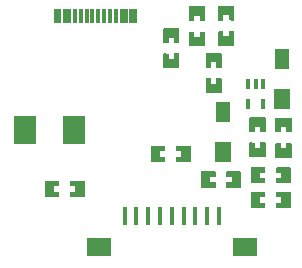
<source format=gbp>
G04 Layer: BottomPasteMaskLayer*
G04 EasyEDA v6.5.33, 2023-07-29 01:37:07*
G04 e2284e44ffa54268a608bda52510a791,d031c0a8eb424844af7c2e53bc7358ee,10*
G04 Gerber Generator version 0.2*
G04 Scale: 100 percent, Rotated: No, Reflected: No *
G04 Dimensions in millimeters *
G04 leading zeros omitted , absolute positions ,4 integer and 5 decimal *
%FSLAX45Y45*%
%MOMM*%

%AMMACRO1*21,1,$1,$2,0,0,$3*%
%ADD10MACRO1,1.9001X2.4001X0.0000*%
%ADD11MACRO1,1.9X2.4001X0.0000*%
%ADD12MACRO1,0.3149X0.835X0.0000*%
%ADD13MACRO1,0.315X0.835X0.0000*%
%ADD14MACRO1,0.315X0.8351X0.0000*%
%ADD15MACRO1,0.3149X0.8351X0.0000*%
%ADD16MACRO1,2X1.5001X0.0000*%
%ADD17MACRO1,2X1.5X0.0000*%
%ADD18MACRO1,0.4001X1.5X0.0000*%
%ADD19MACRO1,0.3999X1.5X0.0000*%
%ADD20MACRO1,0.4X1.5X0.0000*%
%ADD21R,1.2960X1.7575*%
%ADD22MACRO1,1.2959X1.7575X0.0000*%
%ADD23MACRO1,0.3X1.15X0.0000*%
%ADD24MACRO1,0.2997X1.1481X0.0000*%

%LPD*%
G36*
X15348966Y7300468D02*
G01*
X15348966Y7255509D01*
X15303957Y7255509D01*
X15303957Y7299452D01*
X15261996Y7299959D01*
X15256967Y7294981D01*
X15256967Y7179970D01*
X15261996Y7174992D01*
X15389961Y7174992D01*
X15394990Y7179970D01*
X15394990Y7294981D01*
X15389961Y7299959D01*
G37*
G36*
X15261996Y7514996D02*
G01*
X15256967Y7509967D01*
X15256967Y7394956D01*
X15261996Y7389977D01*
X15303957Y7389977D01*
X15303957Y7434478D01*
X15348966Y7434478D01*
X15348966Y7390485D01*
X15389961Y7389977D01*
X15394990Y7394956D01*
X15394990Y7509967D01*
X15389961Y7514996D01*
G37*
G36*
X14473986Y6220968D02*
G01*
X14468957Y6215989D01*
X14468449Y6174994D01*
X14513458Y6174994D01*
X14513458Y6129985D01*
X14469465Y6129985D01*
X14468957Y6087973D01*
X14473986Y6082995D01*
X14588998Y6082995D01*
X14593976Y6087973D01*
X14593976Y6215989D01*
X14588998Y6220968D01*
G37*
G36*
X14258950Y6220968D02*
G01*
X14253972Y6215989D01*
X14253972Y6087973D01*
X14258950Y6082995D01*
X14373961Y6082995D01*
X14378990Y6087973D01*
X14378990Y6129985D01*
X14334490Y6129985D01*
X14334490Y6174994D01*
X14378482Y6174994D01*
X14378990Y6215989D01*
X14373961Y6220968D01*
G37*
G36*
X15813938Y7489494D02*
G01*
X15813938Y7444486D01*
X15768980Y7444486D01*
X15768980Y7488478D01*
X15726968Y7488986D01*
X15721990Y7484008D01*
X15721990Y7368997D01*
X15726968Y7363968D01*
X15854984Y7363968D01*
X15859963Y7368997D01*
X15859963Y7484008D01*
X15854984Y7488986D01*
G37*
G36*
X15726968Y7703972D02*
G01*
X15721990Y7698994D01*
X15721990Y7583982D01*
X15726968Y7579004D01*
X15768980Y7579004D01*
X15768980Y7623505D01*
X15813938Y7623505D01*
X15813938Y7579461D01*
X15854984Y7579004D01*
X15859963Y7583982D01*
X15859963Y7698994D01*
X15854984Y7703972D01*
G37*
G36*
X15567964Y7485481D02*
G01*
X15567964Y7440472D01*
X15522956Y7440472D01*
X15522956Y7484465D01*
X15480995Y7484973D01*
X15475966Y7479995D01*
X15475966Y7364984D01*
X15480995Y7360005D01*
X15608960Y7360005D01*
X15613989Y7364984D01*
X15613989Y7479995D01*
X15608960Y7484973D01*
G37*
G36*
X15480995Y7699959D02*
G01*
X15475966Y7694980D01*
X15475966Y7579969D01*
X15480995Y7574991D01*
X15522956Y7574991D01*
X15522956Y7619492D01*
X15567964Y7619492D01*
X15567964Y7575499D01*
X15608960Y7574991D01*
X15613989Y7579969D01*
X15613989Y7694980D01*
X15608960Y7699959D01*
G37*
G36*
X15622981Y7303973D02*
G01*
X15617951Y7298994D01*
X15617951Y7183983D01*
X15622981Y7179005D01*
X15663976Y7178497D01*
X15663976Y7223506D01*
X15708985Y7223506D01*
X15708985Y7179513D01*
X15750997Y7179005D01*
X15755975Y7183983D01*
X15755975Y7298994D01*
X15750997Y7303973D01*
G37*
G36*
X15622981Y7088987D02*
G01*
X15617951Y7084009D01*
X15617951Y6968998D01*
X15622981Y6963968D01*
X15750997Y6963968D01*
X15755975Y6968998D01*
X15755975Y7084009D01*
X15750997Y7088987D01*
X15708985Y7088987D01*
X15708985Y7044486D01*
X15663976Y7044486D01*
X15663976Y7088479D01*
G37*
G36*
X16003473Y6128969D02*
G01*
X15998444Y6123990D01*
X15998444Y5995974D01*
X16003473Y5990996D01*
X16118484Y5990996D01*
X16123462Y5995974D01*
X16123970Y6036970D01*
X16078962Y6036970D01*
X16078962Y6081979D01*
X16122954Y6081979D01*
X16123462Y6123990D01*
X16118484Y6128969D01*
G37*
G36*
X16218458Y6128969D02*
G01*
X16213480Y6123990D01*
X16213480Y6081979D01*
X16257981Y6081979D01*
X16257981Y6036970D01*
X16213988Y6036970D01*
X16213480Y5995974D01*
X16218458Y5990996D01*
X16333469Y5990996D01*
X16338448Y5995974D01*
X16338448Y6123990D01*
X16333469Y6128969D01*
G37*
G36*
X16003473Y6338976D02*
G01*
X15998444Y6333998D01*
X15998444Y6205982D01*
X16003473Y6201003D01*
X16118484Y6201003D01*
X16123462Y6205982D01*
X16123970Y6246977D01*
X16078962Y6246977D01*
X16078962Y6291986D01*
X16122954Y6291986D01*
X16123462Y6333998D01*
X16118484Y6338976D01*
G37*
G36*
X16218458Y6338976D02*
G01*
X16213480Y6333998D01*
X16213480Y6291986D01*
X16257981Y6291986D01*
X16257981Y6246977D01*
X16213988Y6246977D01*
X16213480Y6205982D01*
X16218458Y6201003D01*
X16333469Y6201003D01*
X16338448Y6205982D01*
X16338448Y6333998D01*
X16333469Y6338976D01*
G37*
G36*
X15797479Y6301994D02*
G01*
X15792500Y6297015D01*
X15791992Y6255969D01*
X15836950Y6255969D01*
X15836950Y6211011D01*
X15792957Y6211011D01*
X15792500Y6168999D01*
X15797479Y6163970D01*
X15912490Y6163970D01*
X15917468Y6168999D01*
X15917468Y6297015D01*
X15912490Y6301994D01*
G37*
G36*
X15582493Y6301994D02*
G01*
X15577464Y6297015D01*
X15577464Y6168999D01*
X15582493Y6163970D01*
X15697454Y6163970D01*
X15702483Y6168999D01*
X15702483Y6211011D01*
X15657982Y6211011D01*
X15657982Y6255969D01*
X15701975Y6255969D01*
X15702483Y6297015D01*
X15697454Y6301994D01*
G37*
G36*
X15157450Y6518960D02*
G01*
X15152471Y6513982D01*
X15152471Y6386017D01*
X15157450Y6380988D01*
X15272461Y6380988D01*
X15277439Y6386017D01*
X15277947Y6427012D01*
X15232989Y6427012D01*
X15232989Y6471970D01*
X15276982Y6471970D01*
X15277439Y6513982D01*
X15272461Y6518960D01*
G37*
G36*
X15372486Y6518960D02*
G01*
X15367457Y6513982D01*
X15367457Y6471970D01*
X15411957Y6471970D01*
X15411957Y6427012D01*
X15367965Y6427012D01*
X15367457Y6386017D01*
X15372486Y6380988D01*
X15487446Y6380988D01*
X15492476Y6386017D01*
X15492476Y6513982D01*
X15487446Y6518960D01*
G37*
G36*
X16213937Y6756501D02*
G01*
X16208959Y6751472D01*
X16208959Y6636461D01*
X16213937Y6631482D01*
X16254984Y6630974D01*
X16254984Y6675983D01*
X16299942Y6675983D01*
X16299942Y6631990D01*
X16341953Y6631482D01*
X16346982Y6636461D01*
X16346982Y6751472D01*
X16341953Y6756501D01*
G37*
G36*
X16213937Y6541465D02*
G01*
X16208959Y6536486D01*
X16208959Y6421475D01*
X16213937Y6416497D01*
X16341953Y6416497D01*
X16346982Y6421475D01*
X16346982Y6536486D01*
X16341953Y6541465D01*
X16299942Y6541465D01*
X16299942Y6496964D01*
X16254984Y6496964D01*
X16254984Y6540957D01*
G37*
G36*
X16078962Y6547002D02*
G01*
X16078962Y6501993D01*
X16033953Y6501993D01*
X16033953Y6545986D01*
X15991992Y6546494D01*
X15986963Y6541516D01*
X15986963Y6426504D01*
X15991992Y6421475D01*
X16119957Y6421475D01*
X16124986Y6426504D01*
X16124986Y6541516D01*
X16119957Y6546494D01*
G37*
G36*
X15991992Y6761480D02*
G01*
X15986963Y6756501D01*
X15986963Y6641490D01*
X15991992Y6636512D01*
X16033953Y6636512D01*
X16033953Y6681012D01*
X16078962Y6681012D01*
X16078962Y6637020D01*
X16119957Y6636512D01*
X16124986Y6641490D01*
X16124986Y6756501D01*
X16119957Y6761480D01*
G37*
D10*
G01*
X14090966Y6652991D03*
D11*
G01*
X14500970Y6652991D03*
D12*
G01*
X15976586Y7042026D03*
D13*
G01*
X16041612Y7042026D03*
G01*
X16106608Y7042026D03*
D14*
G01*
X16106608Y6873529D03*
D15*
G01*
X15976586Y6873529D03*
D16*
G01*
X15951589Y5662777D03*
D17*
G01*
X14711607Y5662775D03*
D18*
G01*
X15731610Y5922777D03*
D19*
G01*
X15631613Y5922777D03*
D18*
G01*
X15531608Y5922777D03*
D19*
G01*
X15431611Y5922777D03*
G01*
X15331612Y5922777D03*
G01*
X15231609Y5922777D03*
G01*
X15131610Y5922777D03*
G01*
X15031606Y5922777D03*
D20*
G01*
X14931605Y5922777D03*
D21*
G01*
X16266591Y7251395D03*
D22*
G01*
X16266598Y6914150D03*
D21*
G01*
X15765967Y6800616D03*
D22*
G01*
X15765961Y6463376D03*
D23*
G01*
X14349983Y7613106D03*
G01*
X14379986Y7613106D03*
G01*
X14429983Y7613360D03*
G01*
X14459986Y7613360D03*
D24*
G01*
X14509974Y7612954D03*
D23*
G01*
X14559986Y7612954D03*
G01*
X14609984Y7613106D03*
G01*
X14659984Y7612954D03*
G01*
X14709984Y7613106D03*
G01*
X14759984Y7612954D03*
D24*
G01*
X14809948Y7612954D03*
D23*
G01*
X14859984Y7612954D03*
G01*
X14909982Y7612954D03*
G01*
X14939985Y7612954D03*
G01*
X14989982Y7612954D03*
G01*
X15019985Y7612954D03*
M02*

</source>
